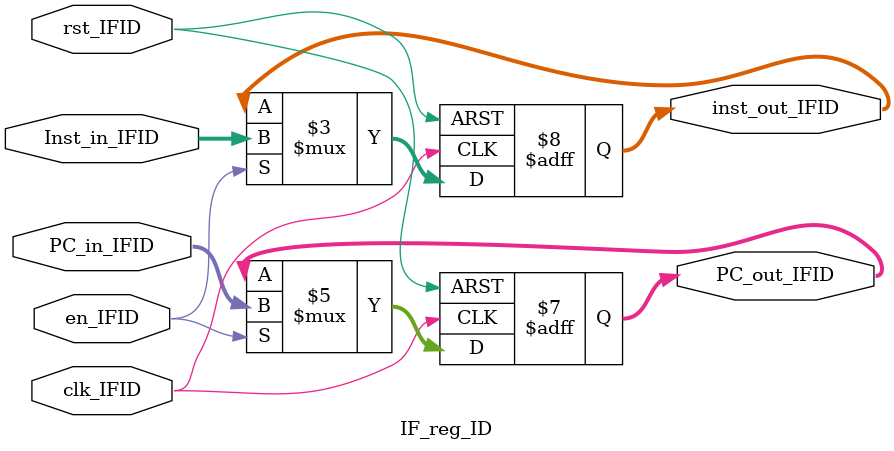
<source format=v>
`timescale 1ns / 1ps


module IF_reg_ID(
    input clk_IFID, //¼Ä´æÆ÷Ê±ÖÓ
    input rst_IFID, //¼Ä´æÆ÷¸´Î»
    input en_IFID, //¼Ä´æÆ÷Ê¹ÄÜ
    input [31:0] PC_in_IFID, //PCÊäÈë
    input [31:0] Inst_in_IFID, //Ö¸ÁîÊäÈë
    output reg [31:0] PC_out_IFID, //PCÊä³ö
    output reg [31:0] inst_out_IFID //Ö¸ÁîÊä³ö
    );
    always @(posedge clk_IFID or posedge rst_IFID)
        if (rst_IFID==1'b1) begin
            PC_out_IFID <= 32'b0;
            inst_out_IFID <= 32'b0;
        end
        else if (en_IFID) begin
            PC_out_IFID <= PC_in_IFID;
            inst_out_IFID <= Inst_in_IFID;
        end

endmodule

</source>
